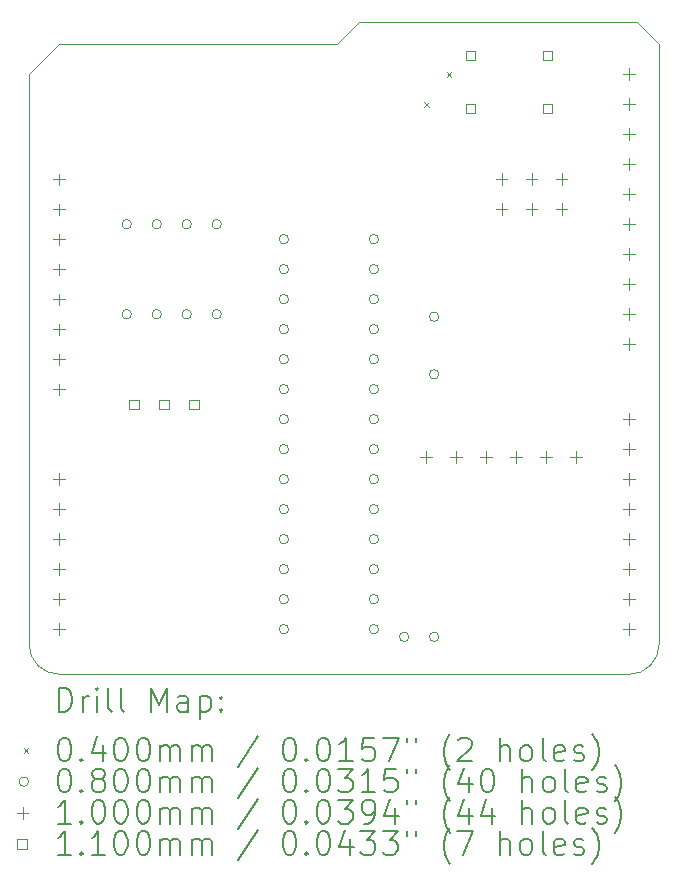
<source format=gbr>
%TF.GenerationSoftware,KiCad,Pcbnew,6.0.11-3.fc36*%
%TF.CreationDate,2023-04-04T19:14:50+09:00*%
%TF.ProjectId,Tetiduino,54657469-6475-4696-9e6f-2e6b69636164,rev?*%
%TF.SameCoordinates,Original*%
%TF.FileFunction,Drillmap*%
%TF.FilePolarity,Positive*%
%FSLAX45Y45*%
G04 Gerber Fmt 4.5, Leading zero omitted, Abs format (unit mm)*
G04 Created by KiCad (PCBNEW 6.0.11-3.fc36) date 2023-04-04 19:14:50*
%MOMM*%
%LPD*%
G01*
G04 APERTURE LIST*
%ADD10C,0.100000*%
%ADD11C,0.200000*%
%ADD12C,0.040000*%
%ADD13C,0.080000*%
%ADD14C,0.110000*%
G04 APERTURE END LIST*
D10*
X12192000Y-13779500D02*
X12192000Y-8953500D01*
X12192000Y-13779500D02*
G75*
G03*
X12446000Y-14033500I254000J0D01*
G01*
X17526000Y-13779500D02*
X17526000Y-8699500D01*
X12446000Y-8699500D02*
X14795500Y-8699500D01*
X12192000Y-8953500D02*
X12446000Y-8699500D01*
X17526000Y-8699500D02*
X17335500Y-8509000D01*
X17272000Y-14033500D02*
G75*
G03*
X17526000Y-13779500I0J254000D01*
G01*
X17335500Y-8509000D02*
X14986000Y-8509000D01*
X12446000Y-14033500D02*
X17272000Y-14033500D01*
X14795500Y-8699500D02*
X14986000Y-8509000D01*
D11*
D12*
X15537500Y-9187500D02*
X15577500Y-9227500D01*
X15577500Y-9187500D02*
X15537500Y-9227500D01*
X15728000Y-8933500D02*
X15768000Y-8973500D01*
X15768000Y-8933500D02*
X15728000Y-8973500D01*
D13*
X13058500Y-10222500D02*
G75*
G03*
X13058500Y-10222500I-40000J0D01*
G01*
X13058500Y-10984500D02*
G75*
G03*
X13058500Y-10984500I-40000J0D01*
G01*
X13312500Y-10222500D02*
G75*
G03*
X13312500Y-10222500I-40000J0D01*
G01*
X13312500Y-10984500D02*
G75*
G03*
X13312500Y-10984500I-40000J0D01*
G01*
X13566500Y-10222500D02*
G75*
G03*
X13566500Y-10222500I-40000J0D01*
G01*
X13566500Y-10984500D02*
G75*
G03*
X13566500Y-10984500I-40000J0D01*
G01*
X13820500Y-10222500D02*
G75*
G03*
X13820500Y-10222500I-40000J0D01*
G01*
X13820500Y-10984500D02*
G75*
G03*
X13820500Y-10984500I-40000J0D01*
G01*
X14390000Y-10349500D02*
G75*
G03*
X14390000Y-10349500I-40000J0D01*
G01*
X14390000Y-10603500D02*
G75*
G03*
X14390000Y-10603500I-40000J0D01*
G01*
X14390000Y-10857500D02*
G75*
G03*
X14390000Y-10857500I-40000J0D01*
G01*
X14390000Y-11111500D02*
G75*
G03*
X14390000Y-11111500I-40000J0D01*
G01*
X14390000Y-11365500D02*
G75*
G03*
X14390000Y-11365500I-40000J0D01*
G01*
X14390000Y-11619500D02*
G75*
G03*
X14390000Y-11619500I-40000J0D01*
G01*
X14390000Y-11873500D02*
G75*
G03*
X14390000Y-11873500I-40000J0D01*
G01*
X14390000Y-12127500D02*
G75*
G03*
X14390000Y-12127500I-40000J0D01*
G01*
X14390000Y-12381500D02*
G75*
G03*
X14390000Y-12381500I-40000J0D01*
G01*
X14390000Y-12635500D02*
G75*
G03*
X14390000Y-12635500I-40000J0D01*
G01*
X14390000Y-12889500D02*
G75*
G03*
X14390000Y-12889500I-40000J0D01*
G01*
X14390000Y-13143500D02*
G75*
G03*
X14390000Y-13143500I-40000J0D01*
G01*
X14390000Y-13397500D02*
G75*
G03*
X14390000Y-13397500I-40000J0D01*
G01*
X14390000Y-13651500D02*
G75*
G03*
X14390000Y-13651500I-40000J0D01*
G01*
X15152000Y-10349500D02*
G75*
G03*
X15152000Y-10349500I-40000J0D01*
G01*
X15152000Y-10603500D02*
G75*
G03*
X15152000Y-10603500I-40000J0D01*
G01*
X15152000Y-10857500D02*
G75*
G03*
X15152000Y-10857500I-40000J0D01*
G01*
X15152000Y-11111500D02*
G75*
G03*
X15152000Y-11111500I-40000J0D01*
G01*
X15152000Y-11365500D02*
G75*
G03*
X15152000Y-11365500I-40000J0D01*
G01*
X15152000Y-11619500D02*
G75*
G03*
X15152000Y-11619500I-40000J0D01*
G01*
X15152000Y-11873500D02*
G75*
G03*
X15152000Y-11873500I-40000J0D01*
G01*
X15152000Y-12127500D02*
G75*
G03*
X15152000Y-12127500I-40000J0D01*
G01*
X15152000Y-12381500D02*
G75*
G03*
X15152000Y-12381500I-40000J0D01*
G01*
X15152000Y-12635500D02*
G75*
G03*
X15152000Y-12635500I-40000J0D01*
G01*
X15152000Y-12889500D02*
G75*
G03*
X15152000Y-12889500I-40000J0D01*
G01*
X15152000Y-13143500D02*
G75*
G03*
X15152000Y-13143500I-40000J0D01*
G01*
X15152000Y-13397500D02*
G75*
G03*
X15152000Y-13397500I-40000J0D01*
G01*
X15152000Y-13651500D02*
G75*
G03*
X15152000Y-13651500I-40000J0D01*
G01*
X15407000Y-13716000D02*
G75*
G03*
X15407000Y-13716000I-40000J0D01*
G01*
X15661000Y-11005500D02*
G75*
G03*
X15661000Y-11005500I-40000J0D01*
G01*
X15661000Y-11493500D02*
G75*
G03*
X15661000Y-11493500I-40000J0D01*
G01*
X15661000Y-13716000D02*
G75*
G03*
X15661000Y-13716000I-40000J0D01*
G01*
D10*
X12446000Y-9794000D02*
X12446000Y-9894000D01*
X12396000Y-9844000D02*
X12496000Y-9844000D01*
X12446000Y-10048000D02*
X12446000Y-10148000D01*
X12396000Y-10098000D02*
X12496000Y-10098000D01*
X12446000Y-10302000D02*
X12446000Y-10402000D01*
X12396000Y-10352000D02*
X12496000Y-10352000D01*
X12446000Y-10556000D02*
X12446000Y-10656000D01*
X12396000Y-10606000D02*
X12496000Y-10606000D01*
X12446000Y-10810000D02*
X12446000Y-10910000D01*
X12396000Y-10860000D02*
X12496000Y-10860000D01*
X12446000Y-11064000D02*
X12446000Y-11164000D01*
X12396000Y-11114000D02*
X12496000Y-11114000D01*
X12446000Y-11318000D02*
X12446000Y-11418000D01*
X12396000Y-11368000D02*
X12496000Y-11368000D01*
X12446000Y-11572000D02*
X12446000Y-11672000D01*
X12396000Y-11622000D02*
X12496000Y-11622000D01*
X12446000Y-12332500D02*
X12446000Y-12432500D01*
X12396000Y-12382500D02*
X12496000Y-12382500D01*
X12446000Y-12586500D02*
X12446000Y-12686500D01*
X12396000Y-12636500D02*
X12496000Y-12636500D01*
X12446000Y-12840500D02*
X12446000Y-12940500D01*
X12396000Y-12890500D02*
X12496000Y-12890500D01*
X12446000Y-13094500D02*
X12446000Y-13194500D01*
X12396000Y-13144500D02*
X12496000Y-13144500D01*
X12446000Y-13348500D02*
X12446000Y-13448500D01*
X12396000Y-13398500D02*
X12496000Y-13398500D01*
X12446000Y-13602500D02*
X12446000Y-13702500D01*
X12396000Y-13652500D02*
X12496000Y-13652500D01*
X15555000Y-12144500D02*
X15555000Y-12244500D01*
X15505000Y-12194500D02*
X15605000Y-12194500D01*
X15809000Y-12144500D02*
X15809000Y-12244500D01*
X15759000Y-12194500D02*
X15859000Y-12194500D01*
X16063000Y-12144500D02*
X16063000Y-12244500D01*
X16013000Y-12194500D02*
X16113000Y-12194500D01*
X16192500Y-9792500D02*
X16192500Y-9892500D01*
X16142500Y-9842500D02*
X16242500Y-9842500D01*
X16192500Y-10046500D02*
X16192500Y-10146500D01*
X16142500Y-10096500D02*
X16242500Y-10096500D01*
X16317000Y-12144500D02*
X16317000Y-12244500D01*
X16267000Y-12194500D02*
X16367000Y-12194500D01*
X16446500Y-9792500D02*
X16446500Y-9892500D01*
X16396500Y-9842500D02*
X16496500Y-9842500D01*
X16446500Y-10046500D02*
X16446500Y-10146500D01*
X16396500Y-10096500D02*
X16496500Y-10096500D01*
X16571000Y-12144500D02*
X16571000Y-12244500D01*
X16521000Y-12194500D02*
X16621000Y-12194500D01*
X16700500Y-9792500D02*
X16700500Y-9892500D01*
X16650500Y-9842500D02*
X16750500Y-9842500D01*
X16700500Y-10046500D02*
X16700500Y-10146500D01*
X16650500Y-10096500D02*
X16750500Y-10096500D01*
X16825000Y-12144500D02*
X16825000Y-12244500D01*
X16775000Y-12194500D02*
X16875000Y-12194500D01*
X17269500Y-8900500D02*
X17269500Y-9000500D01*
X17219500Y-8950500D02*
X17319500Y-8950500D01*
X17269500Y-9154500D02*
X17269500Y-9254500D01*
X17219500Y-9204500D02*
X17319500Y-9204500D01*
X17269500Y-9408500D02*
X17269500Y-9508500D01*
X17219500Y-9458500D02*
X17319500Y-9458500D01*
X17269500Y-9662500D02*
X17269500Y-9762500D01*
X17219500Y-9712500D02*
X17319500Y-9712500D01*
X17269500Y-9916500D02*
X17269500Y-10016500D01*
X17219500Y-9966500D02*
X17319500Y-9966500D01*
X17269500Y-10170500D02*
X17269500Y-10270500D01*
X17219500Y-10220500D02*
X17319500Y-10220500D01*
X17269500Y-10424500D02*
X17269500Y-10524500D01*
X17219500Y-10474500D02*
X17319500Y-10474500D01*
X17269500Y-10678500D02*
X17269500Y-10778500D01*
X17219500Y-10728500D02*
X17319500Y-10728500D01*
X17269500Y-10932500D02*
X17269500Y-11032500D01*
X17219500Y-10982500D02*
X17319500Y-10982500D01*
X17269500Y-11186500D02*
X17269500Y-11286500D01*
X17219500Y-11236500D02*
X17319500Y-11236500D01*
X17272000Y-11823000D02*
X17272000Y-11923000D01*
X17222000Y-11873000D02*
X17322000Y-11873000D01*
X17272000Y-12077000D02*
X17272000Y-12177000D01*
X17222000Y-12127000D02*
X17322000Y-12127000D01*
X17272000Y-12331000D02*
X17272000Y-12431000D01*
X17222000Y-12381000D02*
X17322000Y-12381000D01*
X17272000Y-12585000D02*
X17272000Y-12685000D01*
X17222000Y-12635000D02*
X17322000Y-12635000D01*
X17272000Y-12839000D02*
X17272000Y-12939000D01*
X17222000Y-12889000D02*
X17322000Y-12889000D01*
X17272000Y-13093000D02*
X17272000Y-13193000D01*
X17222000Y-13143000D02*
X17322000Y-13143000D01*
X17272000Y-13347000D02*
X17272000Y-13447000D01*
X17222000Y-13397000D02*
X17322000Y-13397000D01*
X17272000Y-13601000D02*
X17272000Y-13701000D01*
X17222000Y-13651000D02*
X17322000Y-13651000D01*
D14*
X13119891Y-11786391D02*
X13119891Y-11708609D01*
X13042109Y-11708609D01*
X13042109Y-11786391D01*
X13119891Y-11786391D01*
X13373891Y-11786391D02*
X13373891Y-11708609D01*
X13296109Y-11708609D01*
X13296109Y-11786391D01*
X13373891Y-11786391D01*
X13627891Y-11786391D02*
X13627891Y-11708609D01*
X13550109Y-11708609D01*
X13550109Y-11786391D01*
X13627891Y-11786391D01*
X15969891Y-8830891D02*
X15969891Y-8753109D01*
X15892109Y-8753109D01*
X15892109Y-8830891D01*
X15969891Y-8830891D01*
X15969891Y-9280891D02*
X15969891Y-9203109D01*
X15892109Y-9203109D01*
X15892109Y-9280891D01*
X15969891Y-9280891D01*
X16619891Y-8830891D02*
X16619891Y-8753109D01*
X16542109Y-8753109D01*
X16542109Y-8830891D01*
X16619891Y-8830891D01*
X16619891Y-9280891D02*
X16619891Y-9203109D01*
X16542109Y-9203109D01*
X16542109Y-9280891D01*
X16619891Y-9280891D01*
D11*
X12444619Y-14348976D02*
X12444619Y-14148976D01*
X12492238Y-14148976D01*
X12520809Y-14158500D01*
X12539857Y-14177548D01*
X12549381Y-14196595D01*
X12558905Y-14234690D01*
X12558905Y-14263262D01*
X12549381Y-14301357D01*
X12539857Y-14320405D01*
X12520809Y-14339452D01*
X12492238Y-14348976D01*
X12444619Y-14348976D01*
X12644619Y-14348976D02*
X12644619Y-14215643D01*
X12644619Y-14253738D02*
X12654143Y-14234690D01*
X12663667Y-14225167D01*
X12682714Y-14215643D01*
X12701762Y-14215643D01*
X12768428Y-14348976D02*
X12768428Y-14215643D01*
X12768428Y-14148976D02*
X12758905Y-14158500D01*
X12768428Y-14168024D01*
X12777952Y-14158500D01*
X12768428Y-14148976D01*
X12768428Y-14168024D01*
X12892238Y-14348976D02*
X12873190Y-14339452D01*
X12863667Y-14320405D01*
X12863667Y-14148976D01*
X12997000Y-14348976D02*
X12977952Y-14339452D01*
X12968428Y-14320405D01*
X12968428Y-14148976D01*
X13225571Y-14348976D02*
X13225571Y-14148976D01*
X13292238Y-14291833D01*
X13358905Y-14148976D01*
X13358905Y-14348976D01*
X13539857Y-14348976D02*
X13539857Y-14244214D01*
X13530333Y-14225167D01*
X13511286Y-14215643D01*
X13473190Y-14215643D01*
X13454143Y-14225167D01*
X13539857Y-14339452D02*
X13520809Y-14348976D01*
X13473190Y-14348976D01*
X13454143Y-14339452D01*
X13444619Y-14320405D01*
X13444619Y-14301357D01*
X13454143Y-14282309D01*
X13473190Y-14272786D01*
X13520809Y-14272786D01*
X13539857Y-14263262D01*
X13635095Y-14215643D02*
X13635095Y-14415643D01*
X13635095Y-14225167D02*
X13654143Y-14215643D01*
X13692238Y-14215643D01*
X13711286Y-14225167D01*
X13720809Y-14234690D01*
X13730333Y-14253738D01*
X13730333Y-14310881D01*
X13720809Y-14329928D01*
X13711286Y-14339452D01*
X13692238Y-14348976D01*
X13654143Y-14348976D01*
X13635095Y-14339452D01*
X13816048Y-14329928D02*
X13825571Y-14339452D01*
X13816048Y-14348976D01*
X13806524Y-14339452D01*
X13816048Y-14329928D01*
X13816048Y-14348976D01*
X13816048Y-14225167D02*
X13825571Y-14234690D01*
X13816048Y-14244214D01*
X13806524Y-14234690D01*
X13816048Y-14225167D01*
X13816048Y-14244214D01*
D12*
X12147000Y-14658500D02*
X12187000Y-14698500D01*
X12187000Y-14658500D02*
X12147000Y-14698500D01*
D11*
X12482714Y-14568976D02*
X12501762Y-14568976D01*
X12520809Y-14578500D01*
X12530333Y-14588024D01*
X12539857Y-14607071D01*
X12549381Y-14645167D01*
X12549381Y-14692786D01*
X12539857Y-14730881D01*
X12530333Y-14749928D01*
X12520809Y-14759452D01*
X12501762Y-14768976D01*
X12482714Y-14768976D01*
X12463667Y-14759452D01*
X12454143Y-14749928D01*
X12444619Y-14730881D01*
X12435095Y-14692786D01*
X12435095Y-14645167D01*
X12444619Y-14607071D01*
X12454143Y-14588024D01*
X12463667Y-14578500D01*
X12482714Y-14568976D01*
X12635095Y-14749928D02*
X12644619Y-14759452D01*
X12635095Y-14768976D01*
X12625571Y-14759452D01*
X12635095Y-14749928D01*
X12635095Y-14768976D01*
X12816048Y-14635643D02*
X12816048Y-14768976D01*
X12768428Y-14559452D02*
X12720809Y-14702309D01*
X12844619Y-14702309D01*
X12958905Y-14568976D02*
X12977952Y-14568976D01*
X12997000Y-14578500D01*
X13006524Y-14588024D01*
X13016048Y-14607071D01*
X13025571Y-14645167D01*
X13025571Y-14692786D01*
X13016048Y-14730881D01*
X13006524Y-14749928D01*
X12997000Y-14759452D01*
X12977952Y-14768976D01*
X12958905Y-14768976D01*
X12939857Y-14759452D01*
X12930333Y-14749928D01*
X12920809Y-14730881D01*
X12911286Y-14692786D01*
X12911286Y-14645167D01*
X12920809Y-14607071D01*
X12930333Y-14588024D01*
X12939857Y-14578500D01*
X12958905Y-14568976D01*
X13149381Y-14568976D02*
X13168428Y-14568976D01*
X13187476Y-14578500D01*
X13197000Y-14588024D01*
X13206524Y-14607071D01*
X13216048Y-14645167D01*
X13216048Y-14692786D01*
X13206524Y-14730881D01*
X13197000Y-14749928D01*
X13187476Y-14759452D01*
X13168428Y-14768976D01*
X13149381Y-14768976D01*
X13130333Y-14759452D01*
X13120809Y-14749928D01*
X13111286Y-14730881D01*
X13101762Y-14692786D01*
X13101762Y-14645167D01*
X13111286Y-14607071D01*
X13120809Y-14588024D01*
X13130333Y-14578500D01*
X13149381Y-14568976D01*
X13301762Y-14768976D02*
X13301762Y-14635643D01*
X13301762Y-14654690D02*
X13311286Y-14645167D01*
X13330333Y-14635643D01*
X13358905Y-14635643D01*
X13377952Y-14645167D01*
X13387476Y-14664214D01*
X13387476Y-14768976D01*
X13387476Y-14664214D02*
X13397000Y-14645167D01*
X13416048Y-14635643D01*
X13444619Y-14635643D01*
X13463667Y-14645167D01*
X13473190Y-14664214D01*
X13473190Y-14768976D01*
X13568428Y-14768976D02*
X13568428Y-14635643D01*
X13568428Y-14654690D02*
X13577952Y-14645167D01*
X13597000Y-14635643D01*
X13625571Y-14635643D01*
X13644619Y-14645167D01*
X13654143Y-14664214D01*
X13654143Y-14768976D01*
X13654143Y-14664214D02*
X13663667Y-14645167D01*
X13682714Y-14635643D01*
X13711286Y-14635643D01*
X13730333Y-14645167D01*
X13739857Y-14664214D01*
X13739857Y-14768976D01*
X14130333Y-14559452D02*
X13958905Y-14816595D01*
X14387476Y-14568976D02*
X14406524Y-14568976D01*
X14425571Y-14578500D01*
X14435095Y-14588024D01*
X14444619Y-14607071D01*
X14454143Y-14645167D01*
X14454143Y-14692786D01*
X14444619Y-14730881D01*
X14435095Y-14749928D01*
X14425571Y-14759452D01*
X14406524Y-14768976D01*
X14387476Y-14768976D01*
X14368428Y-14759452D01*
X14358905Y-14749928D01*
X14349381Y-14730881D01*
X14339857Y-14692786D01*
X14339857Y-14645167D01*
X14349381Y-14607071D01*
X14358905Y-14588024D01*
X14368428Y-14578500D01*
X14387476Y-14568976D01*
X14539857Y-14749928D02*
X14549381Y-14759452D01*
X14539857Y-14768976D01*
X14530333Y-14759452D01*
X14539857Y-14749928D01*
X14539857Y-14768976D01*
X14673190Y-14568976D02*
X14692238Y-14568976D01*
X14711286Y-14578500D01*
X14720809Y-14588024D01*
X14730333Y-14607071D01*
X14739857Y-14645167D01*
X14739857Y-14692786D01*
X14730333Y-14730881D01*
X14720809Y-14749928D01*
X14711286Y-14759452D01*
X14692238Y-14768976D01*
X14673190Y-14768976D01*
X14654143Y-14759452D01*
X14644619Y-14749928D01*
X14635095Y-14730881D01*
X14625571Y-14692786D01*
X14625571Y-14645167D01*
X14635095Y-14607071D01*
X14644619Y-14588024D01*
X14654143Y-14578500D01*
X14673190Y-14568976D01*
X14930333Y-14768976D02*
X14816048Y-14768976D01*
X14873190Y-14768976D02*
X14873190Y-14568976D01*
X14854143Y-14597548D01*
X14835095Y-14616595D01*
X14816048Y-14626119D01*
X15111286Y-14568976D02*
X15016048Y-14568976D01*
X15006524Y-14664214D01*
X15016048Y-14654690D01*
X15035095Y-14645167D01*
X15082714Y-14645167D01*
X15101762Y-14654690D01*
X15111286Y-14664214D01*
X15120809Y-14683262D01*
X15120809Y-14730881D01*
X15111286Y-14749928D01*
X15101762Y-14759452D01*
X15082714Y-14768976D01*
X15035095Y-14768976D01*
X15016048Y-14759452D01*
X15006524Y-14749928D01*
X15187476Y-14568976D02*
X15320809Y-14568976D01*
X15235095Y-14768976D01*
X15387476Y-14568976D02*
X15387476Y-14607071D01*
X15463667Y-14568976D02*
X15463667Y-14607071D01*
X15758905Y-14845167D02*
X15749381Y-14835643D01*
X15730333Y-14807071D01*
X15720809Y-14788024D01*
X15711286Y-14759452D01*
X15701762Y-14711833D01*
X15701762Y-14673738D01*
X15711286Y-14626119D01*
X15720809Y-14597548D01*
X15730333Y-14578500D01*
X15749381Y-14549928D01*
X15758905Y-14540405D01*
X15825571Y-14588024D02*
X15835095Y-14578500D01*
X15854143Y-14568976D01*
X15901762Y-14568976D01*
X15920809Y-14578500D01*
X15930333Y-14588024D01*
X15939857Y-14607071D01*
X15939857Y-14626119D01*
X15930333Y-14654690D01*
X15816048Y-14768976D01*
X15939857Y-14768976D01*
X16177952Y-14768976D02*
X16177952Y-14568976D01*
X16263667Y-14768976D02*
X16263667Y-14664214D01*
X16254143Y-14645167D01*
X16235095Y-14635643D01*
X16206524Y-14635643D01*
X16187476Y-14645167D01*
X16177952Y-14654690D01*
X16387476Y-14768976D02*
X16368428Y-14759452D01*
X16358905Y-14749928D01*
X16349381Y-14730881D01*
X16349381Y-14673738D01*
X16358905Y-14654690D01*
X16368428Y-14645167D01*
X16387476Y-14635643D01*
X16416048Y-14635643D01*
X16435095Y-14645167D01*
X16444619Y-14654690D01*
X16454143Y-14673738D01*
X16454143Y-14730881D01*
X16444619Y-14749928D01*
X16435095Y-14759452D01*
X16416048Y-14768976D01*
X16387476Y-14768976D01*
X16568428Y-14768976D02*
X16549381Y-14759452D01*
X16539857Y-14740405D01*
X16539857Y-14568976D01*
X16720809Y-14759452D02*
X16701762Y-14768976D01*
X16663667Y-14768976D01*
X16644619Y-14759452D01*
X16635095Y-14740405D01*
X16635095Y-14664214D01*
X16644619Y-14645167D01*
X16663667Y-14635643D01*
X16701762Y-14635643D01*
X16720809Y-14645167D01*
X16730333Y-14664214D01*
X16730333Y-14683262D01*
X16635095Y-14702309D01*
X16806524Y-14759452D02*
X16825571Y-14768976D01*
X16863667Y-14768976D01*
X16882714Y-14759452D01*
X16892238Y-14740405D01*
X16892238Y-14730881D01*
X16882714Y-14711833D01*
X16863667Y-14702309D01*
X16835095Y-14702309D01*
X16816048Y-14692786D01*
X16806524Y-14673738D01*
X16806524Y-14664214D01*
X16816048Y-14645167D01*
X16835095Y-14635643D01*
X16863667Y-14635643D01*
X16882714Y-14645167D01*
X16958905Y-14845167D02*
X16968429Y-14835643D01*
X16987476Y-14807071D01*
X16997000Y-14788024D01*
X17006524Y-14759452D01*
X17016048Y-14711833D01*
X17016048Y-14673738D01*
X17006524Y-14626119D01*
X16997000Y-14597548D01*
X16987476Y-14578500D01*
X16968429Y-14549928D01*
X16958905Y-14540405D01*
D13*
X12187000Y-14942500D02*
G75*
G03*
X12187000Y-14942500I-40000J0D01*
G01*
D11*
X12482714Y-14832976D02*
X12501762Y-14832976D01*
X12520809Y-14842500D01*
X12530333Y-14852024D01*
X12539857Y-14871071D01*
X12549381Y-14909167D01*
X12549381Y-14956786D01*
X12539857Y-14994881D01*
X12530333Y-15013928D01*
X12520809Y-15023452D01*
X12501762Y-15032976D01*
X12482714Y-15032976D01*
X12463667Y-15023452D01*
X12454143Y-15013928D01*
X12444619Y-14994881D01*
X12435095Y-14956786D01*
X12435095Y-14909167D01*
X12444619Y-14871071D01*
X12454143Y-14852024D01*
X12463667Y-14842500D01*
X12482714Y-14832976D01*
X12635095Y-15013928D02*
X12644619Y-15023452D01*
X12635095Y-15032976D01*
X12625571Y-15023452D01*
X12635095Y-15013928D01*
X12635095Y-15032976D01*
X12758905Y-14918690D02*
X12739857Y-14909167D01*
X12730333Y-14899643D01*
X12720809Y-14880595D01*
X12720809Y-14871071D01*
X12730333Y-14852024D01*
X12739857Y-14842500D01*
X12758905Y-14832976D01*
X12797000Y-14832976D01*
X12816048Y-14842500D01*
X12825571Y-14852024D01*
X12835095Y-14871071D01*
X12835095Y-14880595D01*
X12825571Y-14899643D01*
X12816048Y-14909167D01*
X12797000Y-14918690D01*
X12758905Y-14918690D01*
X12739857Y-14928214D01*
X12730333Y-14937738D01*
X12720809Y-14956786D01*
X12720809Y-14994881D01*
X12730333Y-15013928D01*
X12739857Y-15023452D01*
X12758905Y-15032976D01*
X12797000Y-15032976D01*
X12816048Y-15023452D01*
X12825571Y-15013928D01*
X12835095Y-14994881D01*
X12835095Y-14956786D01*
X12825571Y-14937738D01*
X12816048Y-14928214D01*
X12797000Y-14918690D01*
X12958905Y-14832976D02*
X12977952Y-14832976D01*
X12997000Y-14842500D01*
X13006524Y-14852024D01*
X13016048Y-14871071D01*
X13025571Y-14909167D01*
X13025571Y-14956786D01*
X13016048Y-14994881D01*
X13006524Y-15013928D01*
X12997000Y-15023452D01*
X12977952Y-15032976D01*
X12958905Y-15032976D01*
X12939857Y-15023452D01*
X12930333Y-15013928D01*
X12920809Y-14994881D01*
X12911286Y-14956786D01*
X12911286Y-14909167D01*
X12920809Y-14871071D01*
X12930333Y-14852024D01*
X12939857Y-14842500D01*
X12958905Y-14832976D01*
X13149381Y-14832976D02*
X13168428Y-14832976D01*
X13187476Y-14842500D01*
X13197000Y-14852024D01*
X13206524Y-14871071D01*
X13216048Y-14909167D01*
X13216048Y-14956786D01*
X13206524Y-14994881D01*
X13197000Y-15013928D01*
X13187476Y-15023452D01*
X13168428Y-15032976D01*
X13149381Y-15032976D01*
X13130333Y-15023452D01*
X13120809Y-15013928D01*
X13111286Y-14994881D01*
X13101762Y-14956786D01*
X13101762Y-14909167D01*
X13111286Y-14871071D01*
X13120809Y-14852024D01*
X13130333Y-14842500D01*
X13149381Y-14832976D01*
X13301762Y-15032976D02*
X13301762Y-14899643D01*
X13301762Y-14918690D02*
X13311286Y-14909167D01*
X13330333Y-14899643D01*
X13358905Y-14899643D01*
X13377952Y-14909167D01*
X13387476Y-14928214D01*
X13387476Y-15032976D01*
X13387476Y-14928214D02*
X13397000Y-14909167D01*
X13416048Y-14899643D01*
X13444619Y-14899643D01*
X13463667Y-14909167D01*
X13473190Y-14928214D01*
X13473190Y-15032976D01*
X13568428Y-15032976D02*
X13568428Y-14899643D01*
X13568428Y-14918690D02*
X13577952Y-14909167D01*
X13597000Y-14899643D01*
X13625571Y-14899643D01*
X13644619Y-14909167D01*
X13654143Y-14928214D01*
X13654143Y-15032976D01*
X13654143Y-14928214D02*
X13663667Y-14909167D01*
X13682714Y-14899643D01*
X13711286Y-14899643D01*
X13730333Y-14909167D01*
X13739857Y-14928214D01*
X13739857Y-15032976D01*
X14130333Y-14823452D02*
X13958905Y-15080595D01*
X14387476Y-14832976D02*
X14406524Y-14832976D01*
X14425571Y-14842500D01*
X14435095Y-14852024D01*
X14444619Y-14871071D01*
X14454143Y-14909167D01*
X14454143Y-14956786D01*
X14444619Y-14994881D01*
X14435095Y-15013928D01*
X14425571Y-15023452D01*
X14406524Y-15032976D01*
X14387476Y-15032976D01*
X14368428Y-15023452D01*
X14358905Y-15013928D01*
X14349381Y-14994881D01*
X14339857Y-14956786D01*
X14339857Y-14909167D01*
X14349381Y-14871071D01*
X14358905Y-14852024D01*
X14368428Y-14842500D01*
X14387476Y-14832976D01*
X14539857Y-15013928D02*
X14549381Y-15023452D01*
X14539857Y-15032976D01*
X14530333Y-15023452D01*
X14539857Y-15013928D01*
X14539857Y-15032976D01*
X14673190Y-14832976D02*
X14692238Y-14832976D01*
X14711286Y-14842500D01*
X14720809Y-14852024D01*
X14730333Y-14871071D01*
X14739857Y-14909167D01*
X14739857Y-14956786D01*
X14730333Y-14994881D01*
X14720809Y-15013928D01*
X14711286Y-15023452D01*
X14692238Y-15032976D01*
X14673190Y-15032976D01*
X14654143Y-15023452D01*
X14644619Y-15013928D01*
X14635095Y-14994881D01*
X14625571Y-14956786D01*
X14625571Y-14909167D01*
X14635095Y-14871071D01*
X14644619Y-14852024D01*
X14654143Y-14842500D01*
X14673190Y-14832976D01*
X14806524Y-14832976D02*
X14930333Y-14832976D01*
X14863667Y-14909167D01*
X14892238Y-14909167D01*
X14911286Y-14918690D01*
X14920809Y-14928214D01*
X14930333Y-14947262D01*
X14930333Y-14994881D01*
X14920809Y-15013928D01*
X14911286Y-15023452D01*
X14892238Y-15032976D01*
X14835095Y-15032976D01*
X14816048Y-15023452D01*
X14806524Y-15013928D01*
X15120809Y-15032976D02*
X15006524Y-15032976D01*
X15063667Y-15032976D02*
X15063667Y-14832976D01*
X15044619Y-14861548D01*
X15025571Y-14880595D01*
X15006524Y-14890119D01*
X15301762Y-14832976D02*
X15206524Y-14832976D01*
X15197000Y-14928214D01*
X15206524Y-14918690D01*
X15225571Y-14909167D01*
X15273190Y-14909167D01*
X15292238Y-14918690D01*
X15301762Y-14928214D01*
X15311286Y-14947262D01*
X15311286Y-14994881D01*
X15301762Y-15013928D01*
X15292238Y-15023452D01*
X15273190Y-15032976D01*
X15225571Y-15032976D01*
X15206524Y-15023452D01*
X15197000Y-15013928D01*
X15387476Y-14832976D02*
X15387476Y-14871071D01*
X15463667Y-14832976D02*
X15463667Y-14871071D01*
X15758905Y-15109167D02*
X15749381Y-15099643D01*
X15730333Y-15071071D01*
X15720809Y-15052024D01*
X15711286Y-15023452D01*
X15701762Y-14975833D01*
X15701762Y-14937738D01*
X15711286Y-14890119D01*
X15720809Y-14861548D01*
X15730333Y-14842500D01*
X15749381Y-14813928D01*
X15758905Y-14804405D01*
X15920809Y-14899643D02*
X15920809Y-15032976D01*
X15873190Y-14823452D02*
X15825571Y-14966309D01*
X15949381Y-14966309D01*
X16063667Y-14832976D02*
X16082714Y-14832976D01*
X16101762Y-14842500D01*
X16111286Y-14852024D01*
X16120809Y-14871071D01*
X16130333Y-14909167D01*
X16130333Y-14956786D01*
X16120809Y-14994881D01*
X16111286Y-15013928D01*
X16101762Y-15023452D01*
X16082714Y-15032976D01*
X16063667Y-15032976D01*
X16044619Y-15023452D01*
X16035095Y-15013928D01*
X16025571Y-14994881D01*
X16016048Y-14956786D01*
X16016048Y-14909167D01*
X16025571Y-14871071D01*
X16035095Y-14852024D01*
X16044619Y-14842500D01*
X16063667Y-14832976D01*
X16368428Y-15032976D02*
X16368428Y-14832976D01*
X16454143Y-15032976D02*
X16454143Y-14928214D01*
X16444619Y-14909167D01*
X16425571Y-14899643D01*
X16397000Y-14899643D01*
X16377952Y-14909167D01*
X16368428Y-14918690D01*
X16577952Y-15032976D02*
X16558905Y-15023452D01*
X16549381Y-15013928D01*
X16539857Y-14994881D01*
X16539857Y-14937738D01*
X16549381Y-14918690D01*
X16558905Y-14909167D01*
X16577952Y-14899643D01*
X16606524Y-14899643D01*
X16625571Y-14909167D01*
X16635095Y-14918690D01*
X16644619Y-14937738D01*
X16644619Y-14994881D01*
X16635095Y-15013928D01*
X16625571Y-15023452D01*
X16606524Y-15032976D01*
X16577952Y-15032976D01*
X16758905Y-15032976D02*
X16739857Y-15023452D01*
X16730333Y-15004405D01*
X16730333Y-14832976D01*
X16911286Y-15023452D02*
X16892238Y-15032976D01*
X16854143Y-15032976D01*
X16835095Y-15023452D01*
X16825571Y-15004405D01*
X16825571Y-14928214D01*
X16835095Y-14909167D01*
X16854143Y-14899643D01*
X16892238Y-14899643D01*
X16911286Y-14909167D01*
X16920810Y-14928214D01*
X16920810Y-14947262D01*
X16825571Y-14966309D01*
X16997000Y-15023452D02*
X17016048Y-15032976D01*
X17054143Y-15032976D01*
X17073190Y-15023452D01*
X17082714Y-15004405D01*
X17082714Y-14994881D01*
X17073190Y-14975833D01*
X17054143Y-14966309D01*
X17025571Y-14966309D01*
X17006524Y-14956786D01*
X16997000Y-14937738D01*
X16997000Y-14928214D01*
X17006524Y-14909167D01*
X17025571Y-14899643D01*
X17054143Y-14899643D01*
X17073190Y-14909167D01*
X17149381Y-15109167D02*
X17158905Y-15099643D01*
X17177952Y-15071071D01*
X17187476Y-15052024D01*
X17197000Y-15023452D01*
X17206524Y-14975833D01*
X17206524Y-14937738D01*
X17197000Y-14890119D01*
X17187476Y-14861548D01*
X17177952Y-14842500D01*
X17158905Y-14813928D01*
X17149381Y-14804405D01*
D10*
X12137000Y-15156500D02*
X12137000Y-15256500D01*
X12087000Y-15206500D02*
X12187000Y-15206500D01*
D11*
X12549381Y-15296976D02*
X12435095Y-15296976D01*
X12492238Y-15296976D02*
X12492238Y-15096976D01*
X12473190Y-15125548D01*
X12454143Y-15144595D01*
X12435095Y-15154119D01*
X12635095Y-15277928D02*
X12644619Y-15287452D01*
X12635095Y-15296976D01*
X12625571Y-15287452D01*
X12635095Y-15277928D01*
X12635095Y-15296976D01*
X12768428Y-15096976D02*
X12787476Y-15096976D01*
X12806524Y-15106500D01*
X12816048Y-15116024D01*
X12825571Y-15135071D01*
X12835095Y-15173167D01*
X12835095Y-15220786D01*
X12825571Y-15258881D01*
X12816048Y-15277928D01*
X12806524Y-15287452D01*
X12787476Y-15296976D01*
X12768428Y-15296976D01*
X12749381Y-15287452D01*
X12739857Y-15277928D01*
X12730333Y-15258881D01*
X12720809Y-15220786D01*
X12720809Y-15173167D01*
X12730333Y-15135071D01*
X12739857Y-15116024D01*
X12749381Y-15106500D01*
X12768428Y-15096976D01*
X12958905Y-15096976D02*
X12977952Y-15096976D01*
X12997000Y-15106500D01*
X13006524Y-15116024D01*
X13016048Y-15135071D01*
X13025571Y-15173167D01*
X13025571Y-15220786D01*
X13016048Y-15258881D01*
X13006524Y-15277928D01*
X12997000Y-15287452D01*
X12977952Y-15296976D01*
X12958905Y-15296976D01*
X12939857Y-15287452D01*
X12930333Y-15277928D01*
X12920809Y-15258881D01*
X12911286Y-15220786D01*
X12911286Y-15173167D01*
X12920809Y-15135071D01*
X12930333Y-15116024D01*
X12939857Y-15106500D01*
X12958905Y-15096976D01*
X13149381Y-15096976D02*
X13168428Y-15096976D01*
X13187476Y-15106500D01*
X13197000Y-15116024D01*
X13206524Y-15135071D01*
X13216048Y-15173167D01*
X13216048Y-15220786D01*
X13206524Y-15258881D01*
X13197000Y-15277928D01*
X13187476Y-15287452D01*
X13168428Y-15296976D01*
X13149381Y-15296976D01*
X13130333Y-15287452D01*
X13120809Y-15277928D01*
X13111286Y-15258881D01*
X13101762Y-15220786D01*
X13101762Y-15173167D01*
X13111286Y-15135071D01*
X13120809Y-15116024D01*
X13130333Y-15106500D01*
X13149381Y-15096976D01*
X13301762Y-15296976D02*
X13301762Y-15163643D01*
X13301762Y-15182690D02*
X13311286Y-15173167D01*
X13330333Y-15163643D01*
X13358905Y-15163643D01*
X13377952Y-15173167D01*
X13387476Y-15192214D01*
X13387476Y-15296976D01*
X13387476Y-15192214D02*
X13397000Y-15173167D01*
X13416048Y-15163643D01*
X13444619Y-15163643D01*
X13463667Y-15173167D01*
X13473190Y-15192214D01*
X13473190Y-15296976D01*
X13568428Y-15296976D02*
X13568428Y-15163643D01*
X13568428Y-15182690D02*
X13577952Y-15173167D01*
X13597000Y-15163643D01*
X13625571Y-15163643D01*
X13644619Y-15173167D01*
X13654143Y-15192214D01*
X13654143Y-15296976D01*
X13654143Y-15192214D02*
X13663667Y-15173167D01*
X13682714Y-15163643D01*
X13711286Y-15163643D01*
X13730333Y-15173167D01*
X13739857Y-15192214D01*
X13739857Y-15296976D01*
X14130333Y-15087452D02*
X13958905Y-15344595D01*
X14387476Y-15096976D02*
X14406524Y-15096976D01*
X14425571Y-15106500D01*
X14435095Y-15116024D01*
X14444619Y-15135071D01*
X14454143Y-15173167D01*
X14454143Y-15220786D01*
X14444619Y-15258881D01*
X14435095Y-15277928D01*
X14425571Y-15287452D01*
X14406524Y-15296976D01*
X14387476Y-15296976D01*
X14368428Y-15287452D01*
X14358905Y-15277928D01*
X14349381Y-15258881D01*
X14339857Y-15220786D01*
X14339857Y-15173167D01*
X14349381Y-15135071D01*
X14358905Y-15116024D01*
X14368428Y-15106500D01*
X14387476Y-15096976D01*
X14539857Y-15277928D02*
X14549381Y-15287452D01*
X14539857Y-15296976D01*
X14530333Y-15287452D01*
X14539857Y-15277928D01*
X14539857Y-15296976D01*
X14673190Y-15096976D02*
X14692238Y-15096976D01*
X14711286Y-15106500D01*
X14720809Y-15116024D01*
X14730333Y-15135071D01*
X14739857Y-15173167D01*
X14739857Y-15220786D01*
X14730333Y-15258881D01*
X14720809Y-15277928D01*
X14711286Y-15287452D01*
X14692238Y-15296976D01*
X14673190Y-15296976D01*
X14654143Y-15287452D01*
X14644619Y-15277928D01*
X14635095Y-15258881D01*
X14625571Y-15220786D01*
X14625571Y-15173167D01*
X14635095Y-15135071D01*
X14644619Y-15116024D01*
X14654143Y-15106500D01*
X14673190Y-15096976D01*
X14806524Y-15096976D02*
X14930333Y-15096976D01*
X14863667Y-15173167D01*
X14892238Y-15173167D01*
X14911286Y-15182690D01*
X14920809Y-15192214D01*
X14930333Y-15211262D01*
X14930333Y-15258881D01*
X14920809Y-15277928D01*
X14911286Y-15287452D01*
X14892238Y-15296976D01*
X14835095Y-15296976D01*
X14816048Y-15287452D01*
X14806524Y-15277928D01*
X15025571Y-15296976D02*
X15063667Y-15296976D01*
X15082714Y-15287452D01*
X15092238Y-15277928D01*
X15111286Y-15249357D01*
X15120809Y-15211262D01*
X15120809Y-15135071D01*
X15111286Y-15116024D01*
X15101762Y-15106500D01*
X15082714Y-15096976D01*
X15044619Y-15096976D01*
X15025571Y-15106500D01*
X15016048Y-15116024D01*
X15006524Y-15135071D01*
X15006524Y-15182690D01*
X15016048Y-15201738D01*
X15025571Y-15211262D01*
X15044619Y-15220786D01*
X15082714Y-15220786D01*
X15101762Y-15211262D01*
X15111286Y-15201738D01*
X15120809Y-15182690D01*
X15292238Y-15163643D02*
X15292238Y-15296976D01*
X15244619Y-15087452D02*
X15197000Y-15230309D01*
X15320809Y-15230309D01*
X15387476Y-15096976D02*
X15387476Y-15135071D01*
X15463667Y-15096976D02*
X15463667Y-15135071D01*
X15758905Y-15373167D02*
X15749381Y-15363643D01*
X15730333Y-15335071D01*
X15720809Y-15316024D01*
X15711286Y-15287452D01*
X15701762Y-15239833D01*
X15701762Y-15201738D01*
X15711286Y-15154119D01*
X15720809Y-15125548D01*
X15730333Y-15106500D01*
X15749381Y-15077928D01*
X15758905Y-15068405D01*
X15920809Y-15163643D02*
X15920809Y-15296976D01*
X15873190Y-15087452D02*
X15825571Y-15230309D01*
X15949381Y-15230309D01*
X16111286Y-15163643D02*
X16111286Y-15296976D01*
X16063667Y-15087452D02*
X16016048Y-15230309D01*
X16139857Y-15230309D01*
X16368428Y-15296976D02*
X16368428Y-15096976D01*
X16454143Y-15296976D02*
X16454143Y-15192214D01*
X16444619Y-15173167D01*
X16425571Y-15163643D01*
X16397000Y-15163643D01*
X16377952Y-15173167D01*
X16368428Y-15182690D01*
X16577952Y-15296976D02*
X16558905Y-15287452D01*
X16549381Y-15277928D01*
X16539857Y-15258881D01*
X16539857Y-15201738D01*
X16549381Y-15182690D01*
X16558905Y-15173167D01*
X16577952Y-15163643D01*
X16606524Y-15163643D01*
X16625571Y-15173167D01*
X16635095Y-15182690D01*
X16644619Y-15201738D01*
X16644619Y-15258881D01*
X16635095Y-15277928D01*
X16625571Y-15287452D01*
X16606524Y-15296976D01*
X16577952Y-15296976D01*
X16758905Y-15296976D02*
X16739857Y-15287452D01*
X16730333Y-15268405D01*
X16730333Y-15096976D01*
X16911286Y-15287452D02*
X16892238Y-15296976D01*
X16854143Y-15296976D01*
X16835095Y-15287452D01*
X16825571Y-15268405D01*
X16825571Y-15192214D01*
X16835095Y-15173167D01*
X16854143Y-15163643D01*
X16892238Y-15163643D01*
X16911286Y-15173167D01*
X16920810Y-15192214D01*
X16920810Y-15211262D01*
X16825571Y-15230309D01*
X16997000Y-15287452D02*
X17016048Y-15296976D01*
X17054143Y-15296976D01*
X17073190Y-15287452D01*
X17082714Y-15268405D01*
X17082714Y-15258881D01*
X17073190Y-15239833D01*
X17054143Y-15230309D01*
X17025571Y-15230309D01*
X17006524Y-15220786D01*
X16997000Y-15201738D01*
X16997000Y-15192214D01*
X17006524Y-15173167D01*
X17025571Y-15163643D01*
X17054143Y-15163643D01*
X17073190Y-15173167D01*
X17149381Y-15373167D02*
X17158905Y-15363643D01*
X17177952Y-15335071D01*
X17187476Y-15316024D01*
X17197000Y-15287452D01*
X17206524Y-15239833D01*
X17206524Y-15201738D01*
X17197000Y-15154119D01*
X17187476Y-15125548D01*
X17177952Y-15106500D01*
X17158905Y-15077928D01*
X17149381Y-15068405D01*
D14*
X12170891Y-15509391D02*
X12170891Y-15431609D01*
X12093109Y-15431609D01*
X12093109Y-15509391D01*
X12170891Y-15509391D01*
D11*
X12549381Y-15560976D02*
X12435095Y-15560976D01*
X12492238Y-15560976D02*
X12492238Y-15360976D01*
X12473190Y-15389548D01*
X12454143Y-15408595D01*
X12435095Y-15418119D01*
X12635095Y-15541928D02*
X12644619Y-15551452D01*
X12635095Y-15560976D01*
X12625571Y-15551452D01*
X12635095Y-15541928D01*
X12635095Y-15560976D01*
X12835095Y-15560976D02*
X12720809Y-15560976D01*
X12777952Y-15560976D02*
X12777952Y-15360976D01*
X12758905Y-15389548D01*
X12739857Y-15408595D01*
X12720809Y-15418119D01*
X12958905Y-15360976D02*
X12977952Y-15360976D01*
X12997000Y-15370500D01*
X13006524Y-15380024D01*
X13016048Y-15399071D01*
X13025571Y-15437167D01*
X13025571Y-15484786D01*
X13016048Y-15522881D01*
X13006524Y-15541928D01*
X12997000Y-15551452D01*
X12977952Y-15560976D01*
X12958905Y-15560976D01*
X12939857Y-15551452D01*
X12930333Y-15541928D01*
X12920809Y-15522881D01*
X12911286Y-15484786D01*
X12911286Y-15437167D01*
X12920809Y-15399071D01*
X12930333Y-15380024D01*
X12939857Y-15370500D01*
X12958905Y-15360976D01*
X13149381Y-15360976D02*
X13168428Y-15360976D01*
X13187476Y-15370500D01*
X13197000Y-15380024D01*
X13206524Y-15399071D01*
X13216048Y-15437167D01*
X13216048Y-15484786D01*
X13206524Y-15522881D01*
X13197000Y-15541928D01*
X13187476Y-15551452D01*
X13168428Y-15560976D01*
X13149381Y-15560976D01*
X13130333Y-15551452D01*
X13120809Y-15541928D01*
X13111286Y-15522881D01*
X13101762Y-15484786D01*
X13101762Y-15437167D01*
X13111286Y-15399071D01*
X13120809Y-15380024D01*
X13130333Y-15370500D01*
X13149381Y-15360976D01*
X13301762Y-15560976D02*
X13301762Y-15427643D01*
X13301762Y-15446690D02*
X13311286Y-15437167D01*
X13330333Y-15427643D01*
X13358905Y-15427643D01*
X13377952Y-15437167D01*
X13387476Y-15456214D01*
X13387476Y-15560976D01*
X13387476Y-15456214D02*
X13397000Y-15437167D01*
X13416048Y-15427643D01*
X13444619Y-15427643D01*
X13463667Y-15437167D01*
X13473190Y-15456214D01*
X13473190Y-15560976D01*
X13568428Y-15560976D02*
X13568428Y-15427643D01*
X13568428Y-15446690D02*
X13577952Y-15437167D01*
X13597000Y-15427643D01*
X13625571Y-15427643D01*
X13644619Y-15437167D01*
X13654143Y-15456214D01*
X13654143Y-15560976D01*
X13654143Y-15456214D02*
X13663667Y-15437167D01*
X13682714Y-15427643D01*
X13711286Y-15427643D01*
X13730333Y-15437167D01*
X13739857Y-15456214D01*
X13739857Y-15560976D01*
X14130333Y-15351452D02*
X13958905Y-15608595D01*
X14387476Y-15360976D02*
X14406524Y-15360976D01*
X14425571Y-15370500D01*
X14435095Y-15380024D01*
X14444619Y-15399071D01*
X14454143Y-15437167D01*
X14454143Y-15484786D01*
X14444619Y-15522881D01*
X14435095Y-15541928D01*
X14425571Y-15551452D01*
X14406524Y-15560976D01*
X14387476Y-15560976D01*
X14368428Y-15551452D01*
X14358905Y-15541928D01*
X14349381Y-15522881D01*
X14339857Y-15484786D01*
X14339857Y-15437167D01*
X14349381Y-15399071D01*
X14358905Y-15380024D01*
X14368428Y-15370500D01*
X14387476Y-15360976D01*
X14539857Y-15541928D02*
X14549381Y-15551452D01*
X14539857Y-15560976D01*
X14530333Y-15551452D01*
X14539857Y-15541928D01*
X14539857Y-15560976D01*
X14673190Y-15360976D02*
X14692238Y-15360976D01*
X14711286Y-15370500D01*
X14720809Y-15380024D01*
X14730333Y-15399071D01*
X14739857Y-15437167D01*
X14739857Y-15484786D01*
X14730333Y-15522881D01*
X14720809Y-15541928D01*
X14711286Y-15551452D01*
X14692238Y-15560976D01*
X14673190Y-15560976D01*
X14654143Y-15551452D01*
X14644619Y-15541928D01*
X14635095Y-15522881D01*
X14625571Y-15484786D01*
X14625571Y-15437167D01*
X14635095Y-15399071D01*
X14644619Y-15380024D01*
X14654143Y-15370500D01*
X14673190Y-15360976D01*
X14911286Y-15427643D02*
X14911286Y-15560976D01*
X14863667Y-15351452D02*
X14816048Y-15494309D01*
X14939857Y-15494309D01*
X14997000Y-15360976D02*
X15120809Y-15360976D01*
X15054143Y-15437167D01*
X15082714Y-15437167D01*
X15101762Y-15446690D01*
X15111286Y-15456214D01*
X15120809Y-15475262D01*
X15120809Y-15522881D01*
X15111286Y-15541928D01*
X15101762Y-15551452D01*
X15082714Y-15560976D01*
X15025571Y-15560976D01*
X15006524Y-15551452D01*
X14997000Y-15541928D01*
X15187476Y-15360976D02*
X15311286Y-15360976D01*
X15244619Y-15437167D01*
X15273190Y-15437167D01*
X15292238Y-15446690D01*
X15301762Y-15456214D01*
X15311286Y-15475262D01*
X15311286Y-15522881D01*
X15301762Y-15541928D01*
X15292238Y-15551452D01*
X15273190Y-15560976D01*
X15216048Y-15560976D01*
X15197000Y-15551452D01*
X15187476Y-15541928D01*
X15387476Y-15360976D02*
X15387476Y-15399071D01*
X15463667Y-15360976D02*
X15463667Y-15399071D01*
X15758905Y-15637167D02*
X15749381Y-15627643D01*
X15730333Y-15599071D01*
X15720809Y-15580024D01*
X15711286Y-15551452D01*
X15701762Y-15503833D01*
X15701762Y-15465738D01*
X15711286Y-15418119D01*
X15720809Y-15389548D01*
X15730333Y-15370500D01*
X15749381Y-15341928D01*
X15758905Y-15332405D01*
X15816048Y-15360976D02*
X15949381Y-15360976D01*
X15863667Y-15560976D01*
X16177952Y-15560976D02*
X16177952Y-15360976D01*
X16263667Y-15560976D02*
X16263667Y-15456214D01*
X16254143Y-15437167D01*
X16235095Y-15427643D01*
X16206524Y-15427643D01*
X16187476Y-15437167D01*
X16177952Y-15446690D01*
X16387476Y-15560976D02*
X16368428Y-15551452D01*
X16358905Y-15541928D01*
X16349381Y-15522881D01*
X16349381Y-15465738D01*
X16358905Y-15446690D01*
X16368428Y-15437167D01*
X16387476Y-15427643D01*
X16416048Y-15427643D01*
X16435095Y-15437167D01*
X16444619Y-15446690D01*
X16454143Y-15465738D01*
X16454143Y-15522881D01*
X16444619Y-15541928D01*
X16435095Y-15551452D01*
X16416048Y-15560976D01*
X16387476Y-15560976D01*
X16568428Y-15560976D02*
X16549381Y-15551452D01*
X16539857Y-15532405D01*
X16539857Y-15360976D01*
X16720809Y-15551452D02*
X16701762Y-15560976D01*
X16663667Y-15560976D01*
X16644619Y-15551452D01*
X16635095Y-15532405D01*
X16635095Y-15456214D01*
X16644619Y-15437167D01*
X16663667Y-15427643D01*
X16701762Y-15427643D01*
X16720809Y-15437167D01*
X16730333Y-15456214D01*
X16730333Y-15475262D01*
X16635095Y-15494309D01*
X16806524Y-15551452D02*
X16825571Y-15560976D01*
X16863667Y-15560976D01*
X16882714Y-15551452D01*
X16892238Y-15532405D01*
X16892238Y-15522881D01*
X16882714Y-15503833D01*
X16863667Y-15494309D01*
X16835095Y-15494309D01*
X16816048Y-15484786D01*
X16806524Y-15465738D01*
X16806524Y-15456214D01*
X16816048Y-15437167D01*
X16835095Y-15427643D01*
X16863667Y-15427643D01*
X16882714Y-15437167D01*
X16958905Y-15637167D02*
X16968429Y-15627643D01*
X16987476Y-15599071D01*
X16997000Y-15580024D01*
X17006524Y-15551452D01*
X17016048Y-15503833D01*
X17016048Y-15465738D01*
X17006524Y-15418119D01*
X16997000Y-15389548D01*
X16987476Y-15370500D01*
X16968429Y-15341928D01*
X16958905Y-15332405D01*
M02*

</source>
